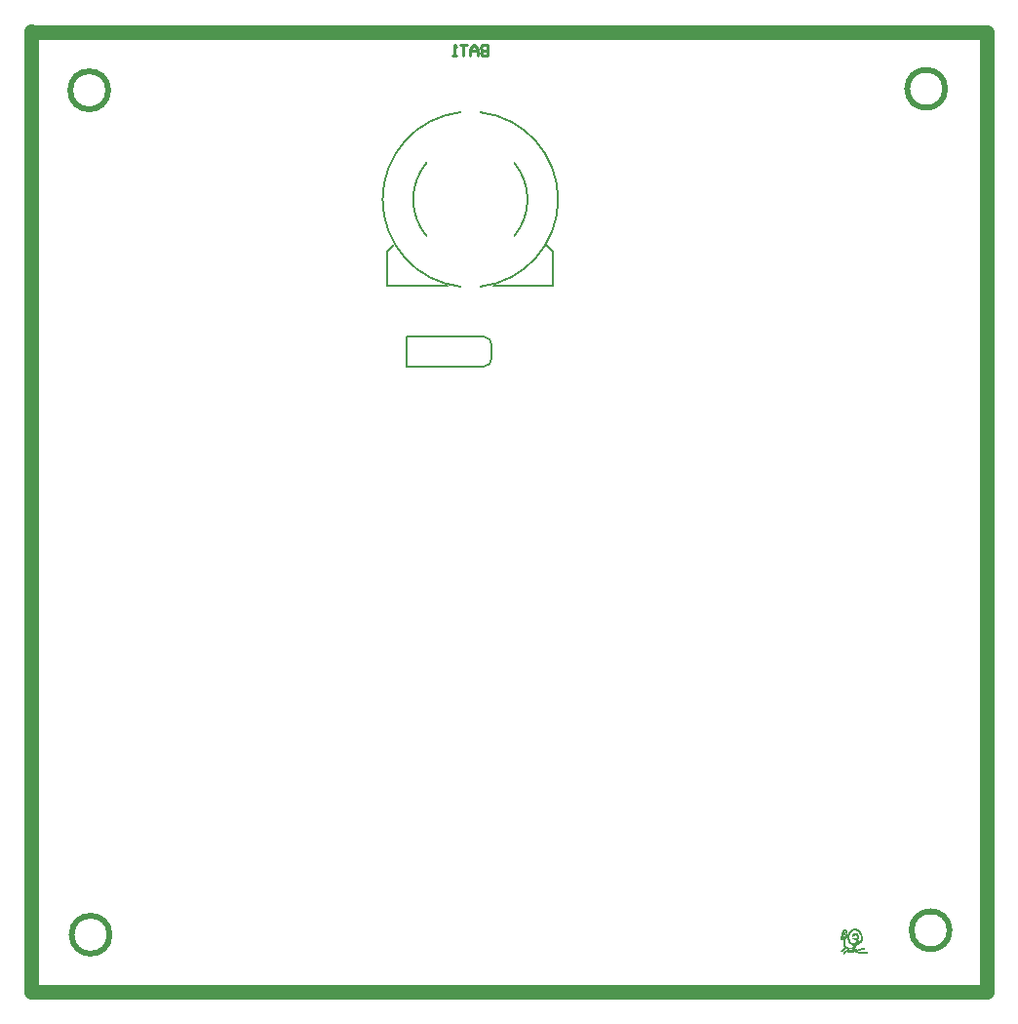
<source format=gbo>
G04*
G04 #@! TF.GenerationSoftware,Altium Limited,Altium Designer,20.0.1 (14)*
G04*
G04 Layer_Color=32896*
%FSLAX25Y25*%
%MOIN*%
G70*
G01*
G75*
%ADD11C,0.00800*%
%ADD13C,0.01000*%
%ADD19C,0.02000*%
%ADD20C,0.05000*%
%ADD107C,0.00700*%
%ADD108C,0.00100*%
D11*
X154500Y-114100D02*
G03*
X157300Y-111400I50J2750D01*
G01*
X157300Y-106800D02*
G03*
X154500Y-103900I-2850J50D01*
G01*
X128100Y-114100D02*
Y-103900D01*
X157300Y-111400D02*
Y-106800D01*
X128100Y-103900D02*
X154500D01*
X128100Y-114100D02*
X154500D01*
D13*
X156000Y-4301D02*
Y-7900D01*
X154201D01*
X153601Y-7300D01*
Y-6700D01*
X154201Y-6101D01*
X156000D01*
X154201D01*
X153601Y-5501D01*
Y-4901D01*
X154201Y-4301D01*
X156000D01*
X152401Y-7900D02*
Y-5501D01*
X151201Y-4301D01*
X150002Y-5501D01*
Y-7900D01*
Y-6101D01*
X152401D01*
X148802Y-4301D02*
X146403D01*
X147603D01*
Y-7900D01*
X145203D02*
X144004D01*
X144604D01*
Y-4301D01*
X145203Y-4901D01*
D19*
X312311Y-19185D02*
G03*
X312311Y-19185I-6496J0D01*
G01*
X313811Y-306815D02*
G03*
X313811Y-306815I-6496J0D01*
G01*
X26681Y-308315D02*
G03*
X26681Y-308315I-6496J0D01*
G01*
X26181Y-19685D02*
G03*
X26181Y-19685I-6496J0D01*
G01*
D20*
X326500Y16D02*
X326500Y-328000D01*
X500Y16D02*
X326500D01*
X0Y-328000D02*
X326500D01*
X0D02*
Y516D01*
D107*
X134991Y-44517D02*
G03*
X135000Y-69507I15009J-12489D01*
G01*
X165019Y-69484D02*
G03*
X165009Y-44517I-15019J12477D01*
G01*
X153280Y-86826D02*
G03*
X180000Y-57006I-3280J29820D01*
G01*
D02*
G03*
X153280Y-27186I-30000J0D01*
G01*
X146720D02*
G03*
X146720Y-86826I3280J-29820D01*
G01*
X175984Y-72361D02*
X178346Y-74723D01*
X121654D02*
X123917Y-72459D01*
X121654Y-86534D02*
Y-74723D01*
Y-86534D02*
X142126D01*
X178346D02*
Y-74723D01*
X157874Y-86534D02*
X178346D01*
D108*
X281200Y-306200D02*
X281700D01*
X280900Y-306300D02*
X281900D01*
X280600Y-306400D02*
X282100D01*
X280300Y-306500D02*
X281300D01*
X281600D02*
X282400D01*
X277600Y-306600D02*
X277700D01*
X277800D02*
X278100D01*
X280200D02*
X280900D01*
X281800D02*
X282400D01*
X277500Y-306700D02*
X278200D01*
X280100D02*
X280700D01*
X281900D02*
X282500D01*
X277400Y-306800D02*
X278300D01*
X280000D02*
X280500D01*
X282200D02*
X282500D01*
X277300Y-306900D02*
X277800D01*
X277900D02*
X278400D01*
X279900D02*
X280400D01*
X282200D02*
X282800D01*
X277200Y-307000D02*
X277700D01*
X278000D02*
X278400D01*
X279800D02*
X280100D01*
X282400D02*
X282900D01*
X277200Y-307100D02*
X277700D01*
X278100D02*
X278400D01*
X279700D02*
X280100D01*
X282500D02*
X283000D01*
X277200Y-307200D02*
X277500D01*
X278200D02*
X278500D01*
X279600D02*
X280000D01*
X282600D02*
X283000D01*
X277100Y-307300D02*
X277500D01*
X278200D02*
X278600D01*
X279500D02*
X280000D01*
X282700D02*
X283100D01*
X277100Y-307400D02*
X277500D01*
X278300D02*
X278700D01*
X279400D02*
X279900D01*
X282800D02*
X283100D01*
X277100Y-307500D02*
X277400D01*
X278300D02*
X278700D01*
X279300D02*
X279800D01*
X282800D02*
X283200D01*
X277000Y-307600D02*
X277300D01*
X277700D02*
X277900D01*
X278400D02*
X278700D01*
X279400D02*
X279700D01*
X282900D02*
X283300D01*
X277000Y-307700D02*
X277300D01*
X277600D02*
X278000D01*
X278400D02*
X278700D01*
X279300D02*
X279600D01*
X283000D02*
X283400D01*
X277000Y-307800D02*
X277300D01*
X277600D02*
X278000D01*
X278400D02*
X278700D01*
X279200D02*
X279600D01*
X281500D02*
X281900D01*
X283100D02*
X283400D01*
X277000Y-307900D02*
X277300D01*
X277600D02*
X278000D01*
X278400D02*
X278700D01*
X279100D02*
X279600D01*
X281300D02*
X282000D01*
X283100D02*
X283500D01*
X277000Y-308000D02*
X277300D01*
X277600D02*
X278000D01*
X278400D02*
X278700D01*
X279100D02*
X279500D01*
X281000D02*
X282100D01*
X283200D02*
X283500D01*
X276900Y-308100D02*
X277300D01*
X277600D02*
X278000D01*
X278300D02*
X278700D01*
X279100D02*
X279400D01*
X280900D02*
X282100D01*
X283200D02*
X283600D01*
X276900Y-308200D02*
X277200D01*
X277800D02*
X277900D01*
X278300D02*
X278700D01*
X279000D02*
X279300D01*
X280800D02*
X281300D01*
X281800D02*
X282100D01*
X283300D02*
X283600D01*
X276900Y-308300D02*
X277200D01*
X278300D02*
X278600D01*
X279000D02*
X279300D01*
X280500D02*
X281200D01*
X281800D02*
X282300D01*
X283300D02*
X283600D01*
X276800Y-308400D02*
X277200D01*
X278300D02*
X278600D01*
X279000D02*
X279300D01*
X280400D02*
X281100D01*
X282000D02*
X282300D01*
X283400D02*
X283700D01*
X276800Y-308500D02*
X277200D01*
X278300D02*
X278600D01*
X278900D02*
X279300D01*
X280400D02*
X280900D01*
X282000D02*
X282400D01*
X283400D02*
X283700D01*
X276800Y-308600D02*
X277100D01*
X278200D02*
X278500D01*
X279000D02*
X279300D01*
X280400D02*
X280700D01*
X282100D02*
X282400D01*
X283400D02*
X283700D01*
X276800Y-308700D02*
X277100D01*
X278100D02*
X278500D01*
X278900D02*
X279200D01*
X280500D02*
X280600D01*
X282100D02*
X282400D01*
X283400D02*
X283800D01*
X276800Y-308800D02*
X277100D01*
X277400D02*
X277700D01*
X278100D02*
X278500D01*
X278900D02*
X279200D01*
X282100D02*
X282500D01*
X283500D02*
X283800D01*
X276700Y-308900D02*
X277100D01*
X277300D02*
X277800D01*
X278100D02*
X278400D01*
X278900D02*
X279200D01*
X282100D02*
X282500D01*
X283500D02*
X283800D01*
X276700Y-309000D02*
X277100D01*
X277200D02*
X277900D01*
X278000D02*
X278400D01*
X278900D02*
X279200D01*
X282200D02*
X282500D01*
X283500D02*
X283800D01*
X276700Y-309100D02*
X278400D01*
X278900D02*
X279200D01*
X282200D02*
X282500D01*
X283500D02*
X283800D01*
X276700Y-309200D02*
X277500D01*
X277600D02*
X278300D01*
X278900D02*
X279200D01*
X282200D02*
X282500D01*
X283500D02*
X283800D01*
X276700Y-309300D02*
X277400D01*
X277700D02*
X278300D01*
X278900D02*
X279300D01*
X282100D02*
X282500D01*
X283500D02*
X283800D01*
X276700Y-309400D02*
X277300D01*
X277700D02*
X278100D01*
X279000D02*
X279300D01*
X280400D02*
X280500D01*
X280600D02*
X282500D01*
X283500D02*
X283800D01*
X276700Y-309500D02*
X277200D01*
X277700D02*
X278100D01*
X279000D02*
X279300D01*
X280400D02*
X282500D01*
X283500D02*
X283800D01*
X276600Y-309600D02*
X277100D01*
X277700D02*
X278100D01*
X279000D02*
X279300D01*
X280400D02*
X282300D01*
X283500D02*
X283800D01*
X276600Y-309700D02*
X277100D01*
X277700D02*
X278000D01*
X279000D02*
X279400D01*
X281100D02*
X282000D01*
X283500D02*
X283800D01*
X276600Y-309800D02*
X277000D01*
X277600D02*
X278000D01*
X279000D02*
X279400D01*
X281200D02*
X281300D01*
X281400D02*
X282300D01*
X283500D02*
X283800D01*
X276600Y-309900D02*
X277000D01*
X277600D02*
X278000D01*
X279100D02*
X279400D01*
X281700D02*
X282300D01*
X283500D02*
X283800D01*
X277600Y-310000D02*
X278000D01*
X279100D02*
X279400D01*
X282000D02*
X282300D01*
X283400D02*
X283800D01*
X277500Y-310100D02*
X278000D01*
X279100D02*
X279400D01*
X282000D02*
X282400D01*
X283300D02*
X283800D01*
X277500Y-310200D02*
X277900D01*
X279100D02*
X279400D01*
X282100D02*
X282400D01*
X283300D02*
X283700D01*
X277500Y-310300D02*
X277800D01*
X279100D02*
X279500D01*
X282100D02*
X282400D01*
X283200D02*
X283600D01*
X277500Y-310400D02*
X277800D01*
X279200D02*
X279500D01*
X282100D02*
X282400D01*
X283200D02*
X283500D01*
X277500Y-310500D02*
X277800D01*
X279200D02*
X279600D01*
X282100D02*
X282400D01*
X283100D02*
X283500D01*
X277500Y-310600D02*
X277800D01*
X279300D02*
X279600D01*
X282000D02*
X282300D01*
X283000D02*
X283400D01*
X277500Y-310700D02*
X277800D01*
X279300D02*
X279700D01*
X281800D02*
X282300D01*
X282900D02*
X283400D01*
X277500Y-310800D02*
X277800D01*
X279400D02*
X279700D01*
X281600D02*
X282300D01*
X282800D02*
X283300D01*
X277500Y-310900D02*
X277800D01*
X279400D02*
X279800D01*
X281500D02*
X282100D01*
X282700D02*
X283200D01*
X277500Y-311000D02*
X277800D01*
X279500D02*
X279900D01*
X281400D02*
X281900D01*
X282600D02*
X283000D01*
X277500Y-311100D02*
X277800D01*
X279500D02*
X280200D01*
X281100D02*
X281800D01*
X282500D02*
X283000D01*
X277500Y-311200D02*
X277800D01*
X279700D02*
X281700D01*
X282200D02*
X282900D01*
X277500Y-311300D02*
X277800D01*
X279800D02*
X281600D01*
X282000D02*
X282800D01*
X277500Y-311400D02*
X277800D01*
X280200D02*
X281300D01*
X281600D02*
X281700D01*
X281800D02*
X282500D01*
X277500Y-311500D02*
X277800D01*
X280500D02*
X282400D01*
X277500Y-311600D02*
X277800D01*
X280500D02*
X282100D01*
X277500Y-311700D02*
X277800D01*
X280500D02*
X281800D01*
X277600Y-311800D02*
X277900D01*
X280600D02*
X281300D01*
X277600Y-311900D02*
X277900D01*
X280900D02*
X281400D01*
X277600Y-312000D02*
X277900D01*
X281000D02*
X281500D01*
X277600Y-312100D02*
X278000D01*
X281100D02*
X281500D01*
X277600Y-312200D02*
X278100D01*
X281200D02*
X281500D01*
X277700Y-312300D02*
X278100D01*
X281000D02*
X281500D01*
X277800Y-312400D02*
X278100D01*
X281000D02*
X281400D01*
X277900Y-312500D02*
X278200D01*
X280700D02*
X281300D01*
X277900Y-312600D02*
X278900D01*
X280400D02*
X281200D01*
X277800Y-312700D02*
X281100D01*
X277800Y-312800D02*
X280700D01*
X277500Y-312900D02*
X278100D01*
X278700D02*
X280500D01*
X277400Y-313000D02*
X277900D01*
X278800D02*
X279100D01*
X283400D02*
X284500D01*
X277300Y-313100D02*
X277800D01*
X278800D02*
X279200D01*
X283300D02*
X284600D01*
X277200Y-313200D02*
X277700D01*
X278900D02*
X279200D01*
X280600D02*
X281700D01*
X282800D02*
X284500D01*
X277100Y-313300D02*
X277600D01*
X278900D02*
X279300D01*
X280500D02*
X282000D01*
X282500D02*
X283600D01*
X277000Y-313400D02*
X277500D01*
X278600D02*
X278900D01*
X279000D02*
X279300D01*
X280400D02*
X283300D01*
X276900Y-313500D02*
X277400D01*
X278500D02*
X278900D01*
X279000D02*
X279400D01*
X280100D02*
X280800D01*
X281500D02*
X282800D01*
X276800Y-313600D02*
X277300D01*
X278400D02*
X278900D01*
X279100D02*
X279400D01*
X280000D02*
X280700D01*
X281800D02*
X282700D01*
X276700Y-313700D02*
X277300D01*
X278300D02*
X279000D01*
X279100D02*
X279600D01*
X279700D02*
X280600D01*
X281100D02*
X281800D01*
X276700Y-313800D02*
X277100D01*
X278000D02*
X278500D01*
X278700D02*
X279100D01*
X279200D02*
X280300D01*
X280800D02*
X281900D01*
X276700Y-313900D02*
X277100D01*
X277900D02*
X278500D01*
X278700D02*
X280200D01*
X280300D02*
X282000D01*
X276800Y-314000D02*
X276900D01*
X277800D02*
X278300D01*
X278800D02*
X279300D01*
X279400D02*
X281300D01*
X281700D02*
X282100D01*
X277700Y-314100D02*
X278200D01*
X278900D02*
X280800D01*
X281700D02*
X282500D01*
X277600Y-314200D02*
X278100D01*
X279000D02*
X280500D01*
X281800D02*
X283300D01*
X277600Y-314300D02*
X278000D01*
X279100D02*
X280000D01*
X282000D02*
X285400D01*
X277400Y-314400D02*
X277900D01*
X282400D02*
X285400D01*
X277400Y-314500D02*
X277900D01*
X283100D02*
X283200D01*
X283300D02*
X285400D01*
X277400Y-314600D02*
X277700D01*
X277400Y-314700D02*
X277700D01*
X277400Y-314800D02*
X277700D01*
M02*

</source>
